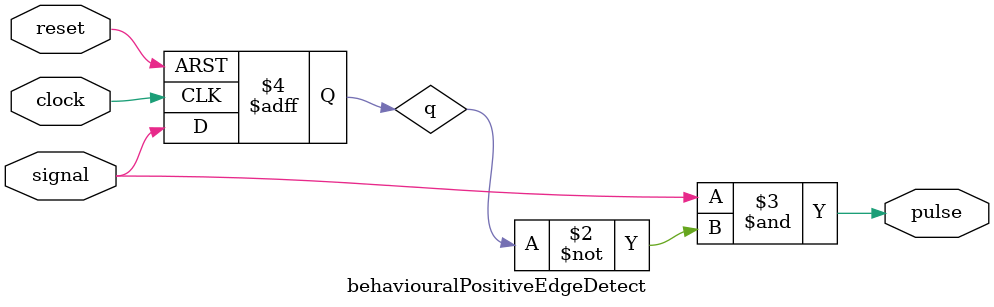
<source format=sv>
`default_nettype none
module behaviouralPositiveEdgeDetect (
    //---------------------------------//--------------------------------------
    // Global Signal(s)                // Description(s)
    //---------------------------------//--------------------------------------
    input  wire clock,                 // Core Clock
    input  wire reset,                 // Core Logic Reset (Active-High)
    //---------------------------------//--------------------------------------
    // Input(s)                        // Description(s)
    //---------------------------------//--------------------------------------
    input  wire signal,                // Incoming signal to edge detect.
    //---------------------------------//--------------------------------------
    // Output(s)                       // Description(s)
    //---------------------------------//--------------------------------------
    output wire pulse                  // Result
 );
    //--------------------------------------------------------------------------
    // Register, Wires, etc...
    //--------------------------------------------------------------------------
    reg q;

    //-------------------------------------------------------------------------
    // Synchronous Logic
    //------------------------------------------------------------------------- 
    // Singal D-Flip-Flop from which to generate comparison from.
    always_ff @( posedge clock, posedge reset ) begin: FLIP_FLOP_BLOCK
        if ( reset ) begin : RESET_BLOCK
            q <= 1'b0;
        end : RESET_BLOCK
        else begin
            q <= signal;
        end
    end : FLIP_FLOP_BLOCK
 
    //-------------------------------------------------------------------------
    // Combinational Logic
    //-------------------------------------------------------------------------
    assign pulse = signal & ~q;

endmodule : behaviouralPositiveEdgeDetect
`default_nettype wire

</source>
